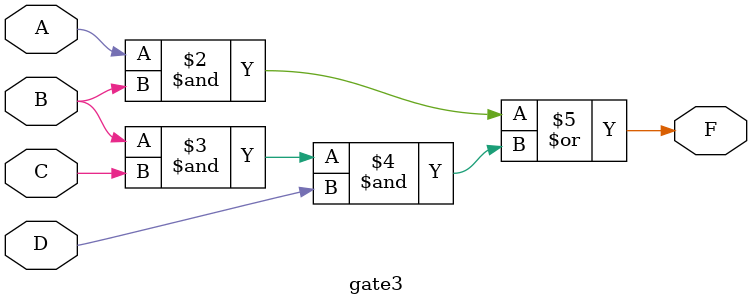
<source format=v>
module gate3(F,A,B,C,D);
input A,B,C,D;
output F;
reg F;

always @(A or B or C or D)
begin
F=(A&B)|(B&C&D);
end
endmodule

</source>
